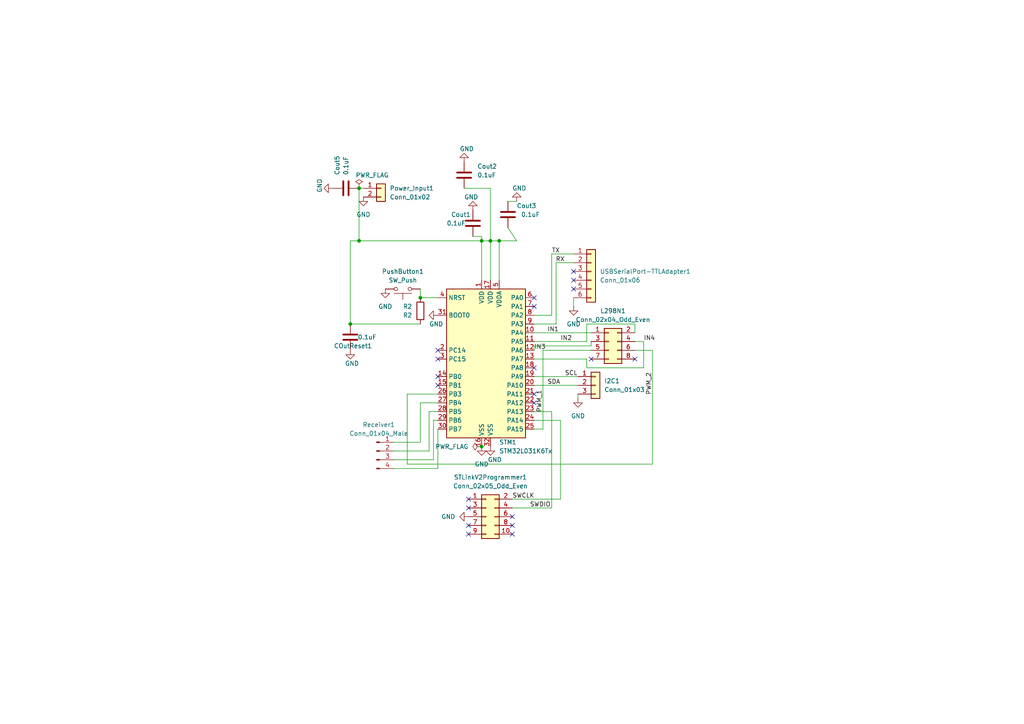
<source format=kicad_sch>
(kicad_sch (version 20211123) (generator eeschema)
  (paper "A4")
  (lib_symbols
    (symbol "Connector:Conn_01x04_Male" (pin_names (offset 1.016) hide)
      (property "Reference" "J" (at 0 5.08 0))
      (property "Value" "Conn_01x04_Male" (at 0 -7.62 0))
      (symbol "Conn_01x04_Male_1_1"
        (polyline (pts (xy 1.27 -5.08) (xy 0.8636 -5.08)) (stroke (width 0.1524)))
        (polyline (pts (xy 1.27 -2.54) (xy 0.8636 -2.54)) (stroke (width 0.1524)))
        (polyline (pts (xy 1.27 0) (xy 0.8636 0)) (stroke (width 0.1524)))
        (polyline (pts (xy 1.27 2.54) (xy 0.8636 2.54)) (stroke (width 0.1524)))
        (rectangle (start 0.8636 -4.953) (end 0 -5.207) (stroke (width 0.1524)) (fill (type outline)))
        (rectangle (start 0.8636 -2.413) (end 0 -2.667) (stroke (width 0.1524)) (fill (type outline)))
        (rectangle (start 0.8636 0.127) (end 0 -0.127) (stroke (width 0.1524)) (fill (type outline)))
        (rectangle (start 0.8636 2.667) (end 0 2.413) (stroke (width 0.1524)) (fill (type outline)))
        (pin passive line (at 5.08 2.54 180) (length 3.81) (name "Pin_1") (number "1"))
        (pin passive line (at 5.08 0 180) (length 3.81) (name "Pin_2") (number "2"))
        (pin passive line (at 5.08 -2.54 180) (length 3.81) (name "Pin_3") (number "3"))
        (pin passive line (at 5.08 -5.08 180) (length 3.81) (name "Pin_4") (number "4"))
      )
    )
    (symbol "Connector_Generic:Conn_01x02" (pin_names (offset 1.016) hide)
      (property "Reference" "J" (at 0 2.54 0))
      (property "Value" "Conn_01x02" (at 0 -5.08 0))
      (symbol "Conn_01x02_1_1"
        (rectangle (start -1.27 -2.413) (end 0 -2.667) (stroke (width 0.1524)))
        (rectangle (start -1.27 0.127) (end 0 -0.127) (stroke (width 0.1524)))
        (rectangle (start -1.27 1.27) (end 1.27 -3.81) (stroke (width 0.254)) (fill (type background)))
        (pin passive line (at -5.08 0 0) (length 3.81) (name "Pin_1") (number "1"))
        (pin passive line (at -5.08 -2.54 0) (length 3.81) (name "Pin_2") (number "2"))
      )
    )
    (symbol "Connector_Generic:Conn_01x03" (pin_names (offset 1.016) hide)
      (property "Reference" "J" (at 0 5.08 0))
      (property "Value" "Conn_01x03" (at 0 -5.08 0))
      (symbol "Conn_01x03_1_1"
        (rectangle (start -1.27 -2.413) (end 0 -2.667) (stroke (width 0.1524)))
        (rectangle (start -1.27 0.127) (end 0 -0.127) (stroke (width 0.1524)))
        (rectangle (start -1.27 2.667) (end 0 2.413) (stroke (width 0.1524)))
        (rectangle (start -1.27 3.81) (end 1.27 -3.81) (stroke (width 0.254)) (fill (type background)))
        (pin passive line (at -5.08 2.54 0) (length 3.81) (name "Pin_1") (number "1"))
        (pin passive line (at -5.08 0 0) (length 3.81) (name "Pin_2") (number "2"))
        (pin passive line (at -5.08 -2.54 0) (length 3.81) (name "Pin_3") (number "3"))
      )
    )
    (symbol "Connector_Generic:Conn_01x06" (pin_names (offset 1.016) hide)
      (property "Reference" "J" (at 0 7.62 0))
      (property "Value" "Conn_01x06" (at 0 -10.16 0))
      (symbol "Conn_01x06_1_1"
        (rectangle (start -1.27 -7.493) (end 0 -7.747) (stroke (width 0.1524)))
        (rectangle (start -1.27 -4.953) (end 0 -5.207) (stroke (width 0.1524)))
        (rectangle (start -1.27 -2.413) (end 0 -2.667) (stroke (width 0.1524)))
        (rectangle (start -1.27 0.127) (end 0 -0.127) (stroke (width 0.1524)))
        (rectangle (start -1.27 2.667) (end 0 2.413) (stroke (width 0.1524)))
        (rectangle (start -1.27 5.207) (end 0 4.953) (stroke (width 0.1524)))
        (rectangle (start -1.27 6.35) (end 1.27 -8.89) (stroke (width 0.254)) (fill (type background)))
        (pin passive line (at -5.08 5.08 0) (length 3.81) (name "Pin_1") (number "1"))
        (pin passive line (at -5.08 2.54 0) (length 3.81) (name "Pin_2") (number "2"))
        (pin passive line (at -5.08 0 0) (length 3.81) (name "Pin_3") (number "3"))
        (pin passive line (at -5.08 -2.54 0) (length 3.81) (name "Pin_4") (number "4"))
        (pin passive line (at -5.08 -5.08 0) (length 3.81) (name "Pin_5") (number "5"))
        (pin passive line (at -5.08 -7.62 0) (length 3.81) (name "Pin_6") (number "6"))
      )
    )
    (symbol "Connector_Generic:Conn_02x04_Odd_Even" (pin_names (offset 1.016) hide)
      (property "Reference" "J" (at 1.27 5.08 0))
      (property "Value" "Conn_02x04_Odd_Even" (at 1.27 -7.62 0))
      (symbol "Conn_02x04_Odd_Even_1_1"
        (rectangle (start -1.27 -4.953) (end 0 -5.207) (stroke (width 0.1524)))
        (rectangle (start -1.27 -2.413) (end 0 -2.667) (stroke (width 0.1524)))
        (rectangle (start -1.27 0.127) (end 0 -0.127) (stroke (width 0.1524)))
        (rectangle (start -1.27 2.667) (end 0 2.413) (stroke (width 0.1524)))
        (rectangle (start -1.27 3.81) (end 3.81 -6.35) (stroke (width 0.254)) (fill (type background)))
        (rectangle (start 3.81 -4.953) (end 2.54 -5.207) (stroke (width 0.1524)))
        (rectangle (start 3.81 -2.413) (end 2.54 -2.667) (stroke (width 0.1524)))
        (rectangle (start 3.81 0.127) (end 2.54 -0.127) (stroke (width 0.1524)))
        (rectangle (start 3.81 2.667) (end 2.54 2.413) (stroke (width 0.1524)))
        (pin passive line (at -5.08 2.54 0) (length 3.81) (name "Pin_1") (number "1"))
        (pin passive line (at 7.62 2.54 180) (length 3.81) (name "Pin_2") (number "2"))
        (pin passive line (at -5.08 0 0) (length 3.81) (name "Pin_3") (number "3"))
        (pin passive line (at 7.62 0 180) (length 3.81) (name "Pin_4") (number "4"))
        (pin passive line (at -5.08 -2.54 0) (length 3.81) (name "Pin_5") (number "5"))
        (pin passive line (at 7.62 -2.54 180) (length 3.81) (name "Pin_6") (number "6"))
        (pin passive line (at -5.08 -5.08 0) (length 3.81) (name "Pin_7") (number "7"))
        (pin passive line (at 7.62 -5.08 180) (length 3.81) (name "Pin_8") (number "8"))
      )
    )
    (symbol "Connector_Generic:Conn_02x05_Odd_Even" (pin_names (offset 1.016) hide)
      (property "Reference" "J" (at 1.27 7.62 0))
      (property "Value" "Conn_02x05_Odd_Even" (at 1.27 -7.62 0))
      (symbol "Conn_02x05_Odd_Even_1_1"
        (rectangle (start -1.27 -4.953) (end 0 -5.207) (stroke (width 0.1524)))
        (rectangle (start -1.27 -2.413) (end 0 -2.667) (stroke (width 0.1524)))
        (rectangle (start -1.27 0.127) (end 0 -0.127) (stroke (width 0.1524)))
        (rectangle (start -1.27 2.667) (end 0 2.413) (stroke (width 0.1524)))
        (rectangle (start -1.27 5.207) (end 0 4.953) (stroke (width 0.1524)))
        (rectangle (start -1.27 6.35) (end 3.81 -6.35) (stroke (width 0.254)) (fill (type background)))
        (rectangle (start 3.81 -4.953) (end 2.54 -5.207) (stroke (width 0.1524)))
        (rectangle (start 3.81 -2.413) (end 2.54 -2.667) (stroke (width 0.1524)))
        (rectangle (start 3.81 0.127) (end 2.54 -0.127) (stroke (width 0.1524)))
        (rectangle (start 3.81 2.667) (end 2.54 2.413) (stroke (width 0.1524)))
        (rectangle (start 3.81 5.207) (end 2.54 4.953) (stroke (width 0.1524)))
        (pin passive line (at -5.08 5.08 0) (length 3.81) (name "Pin_1") (number "1"))
        (pin passive line (at 7.62 -5.08 180) (length 3.81) (name "Pin_10") (number "10"))
        (pin passive line (at 7.62 5.08 180) (length 3.81) (name "Pin_2") (number "2"))
        (pin passive line (at -5.08 2.54 0) (length 3.81) (name "Pin_3") (number "3"))
        (pin passive line (at 7.62 2.54 180) (length 3.81) (name "Pin_4") (number "4"))
        (pin passive line (at -5.08 0 0) (length 3.81) (name "Pin_5") (number "5"))
        (pin passive line (at 7.62 0 180) (length 3.81) (name "Pin_6") (number "6"))
        (pin passive line (at -5.08 -2.54 0) (length 3.81) (name "Pin_7") (number "7"))
        (pin passive line (at 7.62 -2.54 180) (length 3.81) (name "Pin_8") (number "8"))
        (pin passive line (at -5.08 -5.08 0) (length 3.81) (name "Pin_9") (number "9"))
      )
    )
    (symbol "Device:C" (pin_numbers hide) (pin_names (offset 0.254))
      (property "Reference" "C" (at 0.635 2.54 0))
      (property "Value" "C" (at 0.635 -2.54 0))
      (symbol "C_0_1"
        (polyline (pts (xy -2.032 -0.762) (xy 2.032 -0.762)) (stroke (width 0.508)))
        (polyline (pts (xy -2.032 0.762) (xy 2.032 0.762)) (stroke (width 0.508)))
      )
      (symbol "C_1_1"
        (pin passive line (at 0 3.81 270) (length 2.794) (name "~") (number "1"))
        (pin passive line (at 0 -3.81 90) (length 2.794) (name "~") (number "2"))
      )
    )
    (symbol "Device:R" (pin_numbers hide) (pin_names (offset 0))
      (property "Reference" "R" (at 2.032 0 90))
      (property "Value" "R" (at 0 0 90))
      (symbol "R_0_1"
        (rectangle (start -1.016 -2.54) (end 1.016 2.54) (stroke (width 0.254)))
      )
      (symbol "R_1_1"
        (pin passive line (at 0 3.81 270) (length 1.27) (name "~") (number "1"))
        (pin passive line (at 0 -3.81 90) (length 1.27) (name "~") (number "2"))
      )
    )
    (symbol "MCU_ST_STM32L0:STM32L031K6Tx"
      (property "Reference" "U" (at -12.7 21.59 0))
      (property "Value" "STM32L031K6Tx" (at 5.08 21.59 0))
      (symbol "STM32L031K6Tx_0_1"
        (rectangle (start -12.7 -22.86) (end 10.16 20.32) (stroke (width 0.254)) (fill (type background)))
      )
      (symbol "STM32L031K6Tx_1_1"
        (pin power_in line (at -2.54 22.86 270) (length 2.54) (name "VDD") (number "1"))
        (pin bidirectional line (at 12.7 7.62 180) (length 2.54) (name "PA4") (number "10"))
        (pin bidirectional line (at 12.7 5.08 180) (length 2.54) (name "PA5") (number "11"))
        (pin bidirectional line (at 12.7 2.54 180) (length 2.54) (name "PA6") (number "12"))
        (pin bidirectional line (at 12.7 0 180) (length 2.54) (name "PA7") (number "13"))
        (pin bidirectional line (at -15.24 -5.08 0) (length 2.54) (name "PB0") (number "14"))
        (pin bidirectional line (at -15.24 -7.62 0) (length 2.54) (name "PB1") (number "15"))
        (pin power_in line (at -2.54 -25.4 90) (length 2.54) (name "VSS") (number "16"))
        (pin power_in line (at 0 22.86 270) (length 2.54) (name "VDD") (number "17"))
        (pin bidirectional line (at 12.7 -2.54 180) (length 2.54) (name "PA8") (number "18"))
        (pin bidirectional line (at 12.7 -5.08 180) (length 2.54) (name "PA9") (number "19"))
        (pin bidirectional line (at -15.24 2.54 0) (length 2.54) (name "PC14") (number "2"))
        (pin bidirectional line (at 12.7 -7.62 180) (length 2.54) (name "PA10") (number "20"))
        (pin bidirectional line (at 12.7 -10.16 180) (length 2.54) (name "PA11") (number "21"))
        (pin bidirectional line (at 12.7 -12.7 180) (length 2.54) (name "PA12") (number "22"))
        (pin bidirectional line (at 12.7 -15.24 180) (length 2.54) (name "PA13") (number "23"))
        (pin bidirectional line (at 12.7 -17.78 180) (length 2.54) (name "PA14") (number "24"))
        (pin bidirectional line (at 12.7 -20.32 180) (length 2.54) (name "PA15") (number "25"))
        (pin bidirectional line (at -15.24 -10.16 0) (length 2.54) (name "PB3") (number "26"))
        (pin bidirectional line (at -15.24 -12.7 0) (length 2.54) (name "PB4") (number "27"))
        (pin bidirectional line (at -15.24 -15.24 0) (length 2.54) (name "PB5") (number "28"))
        (pin bidirectional line (at -15.24 -17.78 0) (length 2.54) (name "PB6") (number "29"))
        (pin bidirectional line (at -15.24 0 0) (length 2.54) (name "PC15") (number "3"))
        (pin bidirectional line (at -15.24 -20.32 0) (length 2.54) (name "PB7") (number "30"))
        (pin input line (at -15.24 12.7 0) (length 2.54) (name "BOOT0") (number "31"))
        (pin power_in line (at 0 -25.4 90) (length 2.54) (name "VSS") (number "32"))
        (pin input line (at -15.24 17.78 0) (length 2.54) (name "NRST") (number "4"))
        (pin power_in line (at 2.54 22.86 270) (length 2.54) (name "VDDA") (number "5"))
        (pin bidirectional line (at 12.7 17.78 180) (length 2.54) (name "PA0") (number "6"))
        (pin bidirectional line (at 12.7 15.24 180) (length 2.54) (name "PA1") (number "7"))
        (pin bidirectional line (at 12.7 12.7 180) (length 2.54) (name "PA2") (number "8"))
        (pin bidirectional line (at 12.7 10.16 180) (length 2.54) (name "PA3") (number "9"))
      )
    )
    (symbol "Switch:SW_Push" (pin_numbers hide) (pin_names (offset 1.016) hide)
      (property "Reference" "SW" (at 1.27 2.54 0))
      (property "Value" "SW_Push" (at 0 -1.524 0))
      (symbol "SW_Push_0_1"
        (circle (center -2.032 0) (radius 0.508))
        (polyline (pts (xy 0 1.27) (xy 0 3.048)))
        (polyline (pts (xy 2.54 1.27) (xy -2.54 1.27)))
        (circle (center 2.032 0) (radius 0.508))
        (pin passive line (at -5.08 0 0) (length 2.54) (name "1") (number "1"))
        (pin passive line (at 5.08 0 180) (length 2.54) (name "2") (number "2"))
      )
    )
    (symbol "power:GND" (power) (pin_names (offset 0))
      (property "Value" "GND" (at 0 -3.81 0))
      (symbol "GND_0_1"
        (polyline (pts (xy 0 0) (xy 0 -1.27) (xy 1.27 -1.27) (xy 0 -2.54) (xy -1.27 -1.27) (xy 0 -1.27)))
      )
      (symbol "GND_1_1"
        (pin power_in line (at 0 0 270) (length 0) hide (name "GND") (number "1"))
      )
    )
    (symbol "power:PWR_FLAG" (power) (pin_numbers hide) (pin_names (offset 0) hide)
      (property "Value" "PWR_FLAG" (at 0 3.81 0))
      (symbol "PWR_FLAG_0_0"
        (pin power_out line (at 0 0 90) (length 0) (name "pwr") (number "1"))
      )
      (symbol "PWR_FLAG_0_1"
        (polyline (pts (xy 0 0) (xy 0 1.27) (xy -1.016 1.905) (xy 0 2.54) (xy 1.016 1.905) (xy 0 1.27)))
      )
    )
  )
  (junction (at 104.14 69.85))
  (junction (at 142.24 69.85))
  (junction (at 144.78 69.85))
  (junction (at 121.92 86.36))
  (junction (at 139.7 69.85))
  (junction (at 104.14 54.61))
  (junction (at 101.6 93.98))
  (junction (at 139.7 129.54))
  (no_connect (at 166.37 78.74))
  (no_connect (at 166.37 81.28))
  (no_connect (at 166.37 83.82))
  (no_connect (at 135.89 147.32))
  (no_connect (at 135.89 144.78))
  (no_connect (at 148.59 149.86))
  (no_connect (at 135.89 152.4))
  (no_connect (at 148.59 154.94))
  (no_connect (at 127 111.76))
  (no_connect (at 127 104.14))
  (no_connect (at 127 101.6))
  (no_connect (at 154.94 114.3))
  (no_connect (at 154.94 116.84))
  (no_connect (at 154.94 106.68))
  (no_connect (at 154.94 86.36))
  (no_connect (at 154.94 88.9))
  (no_connect (at 135.89 154.94))
  (no_connect (at 148.59 152.4))
  (no_connect (at 127 109.22))
  (no_connect (at 184.15 104.14))
  (no_connect (at 171.45 104.14))
  (wire (pts (xy 160.02 147.32) (xy 160.02 119.38)))
  (wire (pts (xy 101.6 69.85) (xy 104.14 69.85)))
  (wire (pts (xy 137.16 68.58) (xy 139.7 68.58)))
  (wire (pts (xy 162.56 121.92) (xy 154.94 121.92)))
  (wire (pts (xy 166.37 86.36) (xy 166.37 88.9)))
  (wire (pts (xy 184.15 93.98) (xy 184.15 96.52)))
  (wire (pts (xy 171.45 101.6) (xy 157.48 101.6)))
  (wire (pts (xy 139.7 68.58) (xy 139.7 69.85)))
  (wire (pts (xy 144.78 69.85) (xy 149.86 69.85)))
  (wire (pts (xy 154.94 111.76) (xy 167.64 111.76)))
  (wire (pts (xy 144.78 69.85) (xy 144.78 81.28)))
  (wire (pts (xy 171.45 99.06) (xy 171.45 100.33)))
  (wire (pts (xy 148.59 144.78) (xy 162.56 144.78)))
  (wire (pts (xy 125.73 133.35) (xy 125.73 121.92)))
  (wire (pts (xy 189.23 134.62) (xy 189.23 101.6)))
  (wire (pts (xy 104.14 54.61) (xy 104.14 69.85)))
  (wire (pts (xy 166.37 76.2) (xy 161.29 76.2)))
  (wire (pts (xy 118.11 114.3) (xy 118.11 134.62)))
  (wire (pts (xy 125.73 121.92) (xy 127 121.92)))
  (wire (pts (xy 170.18 93.98) (xy 184.15 93.98)))
  (wire (pts (xy 170.18 106.68) (xy 186.69 106.68)))
  (wire (pts (xy 186.69 99.06) (xy 184.15 99.06)))
  (wire (pts (xy 124.46 130.81) (xy 124.46 119.38)))
  (wire (pts (xy 139.7 69.85) (xy 142.24 69.85)))
  (wire (pts (xy 162.56 144.78) (xy 162.56 121.92)))
  (wire (pts (xy 170.18 99.06) (xy 170.18 93.98)))
  (wire (pts (xy 101.6 69.85) (xy 101.6 93.98)))
  (wire (pts (xy 167.64 114.3) (xy 167.64 115.57)))
  (wire (pts (xy 127 135.89) (xy 127 124.46)))
  (wire (pts (xy 154.94 96.52) (xy 171.45 96.52)))
  (wire (pts (xy 154.94 99.06) (xy 170.18 99.06)))
  (wire (pts (xy 171.45 100.33) (xy 154.94 100.33)))
  (wire (pts (xy 114.3 133.35) (xy 125.73 133.35)))
  (wire (pts (xy 121.92 128.27) (xy 121.92 116.84)))
  (wire (pts (xy 149.86 69.85) (xy 147.32 66.04)))
  (wire (pts (xy 114.3 128.27) (xy 121.92 128.27)))
  (wire (pts (xy 161.29 93.98) (xy 154.94 93.98)))
  (wire (pts (xy 160.02 91.44) (xy 154.94 91.44)))
  (wire (pts (xy 104.14 69.85) (xy 139.7 69.85)))
  (wire (pts (xy 148.59 147.32) (xy 160.02 147.32)))
  (wire (pts (xy 142.24 69.85) (xy 142.24 54.61)))
  (wire (pts (xy 160.02 73.66) (xy 160.02 91.44)))
  (wire (pts (xy 170.18 104.14) (xy 170.18 106.68)))
  (wire (pts (xy 101.6 93.98) (xy 121.92 93.98)))
  (wire (pts (xy 160.02 73.66) (xy 166.37 73.66)))
  (wire (pts (xy 121.92 116.84) (xy 127 116.84)))
  (wire (pts (xy 114.3 130.81) (xy 124.46 130.81)))
  (wire (pts (xy 154.94 100.33) (xy 154.94 101.6)))
  (wire (pts (xy 105.41 54.61) (xy 104.14 54.61)))
  (wire (pts (xy 121.92 86.36) (xy 127 86.36)))
  (wire (pts (xy 189.23 101.6) (xy 184.15 101.6)))
  (wire (pts (xy 124.46 119.38) (xy 127 119.38)))
  (wire (pts (xy 154.94 109.22) (xy 167.64 109.22)))
  (wire (pts (xy 154.94 104.14) (xy 170.18 104.14)))
  (wire (pts (xy 157.48 101.6) (xy 157.48 124.46)))
  (wire (pts (xy 134.62 54.61) (xy 142.24 54.61)))
  (wire (pts (xy 186.69 106.68) (xy 186.69 99.06)))
  (wire (pts (xy 142.24 69.85) (xy 144.78 69.85)))
  (wire (pts (xy 118.11 134.62) (xy 189.23 134.62)))
  (wire (pts (xy 157.48 124.46) (xy 154.94 124.46)))
  (wire (pts (xy 121.92 83.82) (xy 121.92 86.36)))
  (wire (pts (xy 127 114.3) (xy 118.11 114.3)))
  (wire (pts (xy 161.29 76.2) (xy 161.29 93.98)))
  (wire (pts (xy 160.02 119.38) (xy 154.94 119.38)))
  (wire (pts (xy 114.3 135.89) (xy 127 135.89)))
  (wire (pts (xy 147.32 58.42) (xy 149.86 58.42)))
  (wire (pts (xy 139.7 69.85) (xy 139.7 81.28)))
  (wire (pts (xy 142.24 69.85) (xy 142.24 81.28)))
  (label "IN2" (at 162.56 99.06 0))
  (label "RX" (at 163.83 76.2 180))
  (label "SCL" (at 163.83 109.22 0))
  (label "TX" (at 160.02 73.66 0))
  (label "SWDIO" (at 153.67 147.32 0))
  (label "SWCLK" (at 148.59 144.78 0))
  (label "IN3" (at 154.94 101.6 0))
  (label "SDA" (at 158.75 111.76 0))
  (label "PWM_2" (at 189.23 107.95 270))
  (label "PWM_1" (at 157.48 113.03 270))
  (label "IN1" (at 158.75 96.52 0))
  (label "IN4" (at 186.69 99.06 0))
  (symbol (lib_id "power:GND") (at 101.6 101.6 0) (unit 1)
    (property "Reference" "#PWR05" (effects hide))
    (property "Value" "GND" (at 104.14 105.41 0) (effects (justify right)))
  )
  (symbol (lib_id "power:GND") (at 142.24 129.54 0) (unit 1)
    (property "Reference" "#PWR012" (effects hide))
    (property "Value" "GND" (at 143.51 133.35 0))
  )
  (symbol (lib_id "Device:C") (at 134.62 50.8 0) (unit 1)
    (property "Reference" "Cout2" (at 138.43 48.26 0) (effects (justify left)))
    (property "Value" "0.1uF" (at 138.43 50.8 0) (effects (justify left)))
    (property "Footprint" "Capacitor_SMD:C_0805_2012Metric_Pad1.18x1.45mm_HandSolder" (effects hide))
  )
  (symbol (lib_id "power:PWR_FLAG") (at 104.14 54.61 0) (unit 1)
    (property "Reference" "#FLG0101" (effects hide))
    (property "Value" "PWR_FLAG" (at 107.95 50.8 0))
  )
  (symbol (lib_id "Connector:Conn_01x04_Male") (at 109.22 130.81 0) (unit 1)
    (property "Reference" "Receiver1" (at 109.855 123.19 0))
    (property "Value" "Conn_01x04_Male" (at 109.855 125.73 0))
    (property "Footprint" "Connector_PinHeader_2.54mm:PinHeader_1x04_P2.54mm_Vertical" (effects hide))
  )
  (symbol (lib_id "Switch:SW_Push") (at 116.84 83.82 180) (unit 1)
    (property "Reference" "PushButton1" (at 116.84 78.74 0))
    (property "Value" "SW_Push" (at 116.84 81.28 0) (effects (font (size 1.25 1.25))))
    (property "Footprint" "Button_Switch_THT:SW_PUSH_6mm_H4.3mm" (effects hide))
  )
  (symbol (lib_id "power:PWR_FLAG") (at 139.7 129.54 90) (unit 1)
    (property "Reference" "#FLG0102" (effects hide))
    (property "Value" "PWR_FLAG" (at 135.89 129.5399 90) (effects (justify left)))
  )
  (symbol (lib_id "power:GND") (at 111.76 83.82 0) (unit 1)
    (property "Reference" "#PWR06" (effects hide))
    (property "Value" "GND" (at 111.76 88.9 0))
  )
  (symbol (lib_id "power:GND") (at 137.16 60.96 180) (unit 1)
    (property "Reference" "#PWR010" (effects hide))
    (property "Value" "GND" (at 134.62 57.15 0) (effects (justify right)))
  )
  (symbol (lib_id "Device:C") (at 147.32 62.23 0) (unit 1)
    (property "Reference" "Cout3" (at 149.86 59.69 0) (effects (justify left)))
    (property "Value" "0.1uF" (at 151.13 62.23 0) (effects (justify left)))
    (property "Footprint" "Capacitor_SMD:C_0805_2012Metric_Pad1.18x1.45mm_HandSolder" (effects hide))
  )
  (symbol (lib_id "power:GND") (at 166.37 88.9 0) (unit 1)
    (property "Reference" "#PWR014" (effects hide))
    (property "Value" "GND" (at 166.37 93.98 0))
  )
  (symbol (lib_id "power:GND") (at 127 91.44 270) (unit 1)
    (property "Reference" "#PWR07" (effects hide))
    (property "Value" "GND" (at 124.46 93.98 90) (effects (justify left)))
  )
  (symbol (lib_id "power:GND") (at 96.52 54.61 270) (unit 1)
    (property "Reference" "#PWR0103" (effects hide))
    (property "Value" "GND" (at 92.71 55.88 0) (effects (justify right)))
  )
  (symbol (lib_id "power:GND") (at 105.41 57.15 0) (unit 1)
    (property "Reference" "#PWR0102" (effects hide))
    (property "Value" "GND" (at 105.41 62.23 0))
  )
  (symbol (lib_id "Connector_Generic:Conn_02x05_Odd_Even") (at 140.97 149.86 0) (unit 1)
    (property "Reference" "STLinkV2Programmer1" (at 142.24 138.43 0))
    (property "Value" "Conn_02x05_Odd_Even" (at 142.24 140.97 0))
    (property "Footprint" "Connector_PinHeader_2.54mm:PinHeader_2x05_P2.54mm_Vertical" (effects hide))
  )
  (symbol (lib_id "Device:C") (at 137.16 64.77 0) (unit 1)
    (property "Reference" "Cout1" (at 130.81 62.23 0) (effects (justify left)))
    (property "Value" "0.1uF" (at 129.54 64.77 0) (effects (justify left)))
    (property "Footprint" "Capacitor_SMD:C_0805_2012Metric_Pad1.18x1.45mm_HandSolder" (effects hide))
  )
  (symbol (lib_id "Connector_Generic:Conn_02x04_Odd_Even") (at 176.53 99.06 0) (unit 1)
    (property "Reference" "L298N1" (at 177.8 90.17 0))
    (property "Value" "Conn_02x04_Odd_Even" (at 177.8 92.71 0))
    (property "Footprint" "Connector_PinHeader_2.54mm:PinHeader_2x04_P2.54mm_Vertical" (effects hide))
  )
  (symbol (lib_id "Device:C") (at 100.33 54.61 90) (unit 1)
    (property "Reference" "Cout5" (at 97.79 50.8 0) (effects (justify left)))
    (property "Value" "0.1uF" (at 100.33 50.8 0) (effects (justify left)))
    (property "Footprint" "Capacitor_SMD:C_0805_2012Metric_Pad1.18x1.45mm_HandSolder" (effects hide))
  )
  (symbol (lib_id "power:GND") (at 167.64 115.57 0) (unit 1)
    (property "Reference" "#PWR015" (effects hide))
    (property "Value" "GND" (at 167.64 120.65 0))
  )
  (symbol (lib_id "Device:C") (at 101.6 97.79 180) (unit 1)
    (property "Reference" "COutReset1" (at 107.95 100.33 0) (effects (justify left)))
    (property "Value" "0.1uF" (at 109.22 97.79 0) (effects (justify left)))
    (property "Footprint" "Capacitor_SMD:C_0805_2012Metric_Pad1.18x1.45mm_HandSolder" (effects hide))
  )
  (symbol (lib_id "power:GND") (at 134.62 46.99 180) (unit 1)
    (property "Reference" "#PWR08" (effects hide))
    (property "Value" "GND" (at 133.35 43.18 0) (effects (justify right)))
  )
  (symbol (lib_id "Connector_Generic:Conn_01x06") (at 171.45 78.74 0) (unit 1)
    (property "Reference" "USBSerialPort-TTLAdapter1" (at 173.99 78.7399 0) (effects (justify left)))
    (property "Value" "Conn_01x06" (at 173.99 81.2799 0) (effects (justify left)))
    (property "Footprint" "Connector_PinHeader_2.54mm:PinHeader_1x06_P2.54mm_Vertical" (effects hide))
  )
  (symbol (lib_id "power:GND") (at 149.86 58.42 180) (unit 1)
    (property "Reference" "#PWR013" (effects hide))
    (property "Value" "GND" (at 148.59 54.61 0) (effects (justify right)))
  )
  (symbol (lib_id "MCU_ST_STM32L0:STM32L031K6Tx") (at 142.24 104.14 0) (unit 1)
    (property "Reference" "STM1" (at 144.78 128.27 0) (effects (justify left)))
    (property "Value" "STM32L031K6Tx" (at 144.78 130.81 0) (effects (justify left)))
    (property "Footprint" "Package_QFP:LQFP-32_7x7mm_P0.8mm" (effects hide))
    (property "Datasheet" "http://www.st.com/st-web-ui/static/active/en/resource/technical/document/datasheet/DM00140359.pdf" (effects hide))
  )
  (symbol (lib_id "Connector_Generic:Conn_01x02") (at 110.49 54.61 0) (unit 1)
    (property "Reference" "Power_Input1" (at 113.03 54.6099 0) (effects (justify left)))
    (property "Value" "Conn_01x02" (at 113.03 57.1499 0) (effects (justify left)))
    (property "Footprint" "Connector_PinHeader_2.54mm:PinHeader_1x02_P2.54mm_Vertical" (effects hide))
  )
  (symbol (lib_id "power:GND") (at 135.89 149.86 270) (unit 1)
    (property "Reference" "#PWR09" (effects hide))
    (property "Value" "GND" (at 132.08 149.86 90) (effects (justify right)))
  )
  (symbol (lib_id "Device:R") (at 121.92 90.17 180) (unit 1)
    (property "Reference" "R2" (at 116.84 88.9 0) (effects (justify right)))
    (property "Value" "R2" (at 116.84 91.44 0) (effects (justify right)))
    (property "Footprint" "Resistor_SMD:R_0805_2012Metric_Pad1.20x1.40mm_HandSolder" (effects hide))
  )
  (symbol (lib_id "power:GND") (at 139.7 129.54 0) (unit 1)
    (property "Reference" "#PWR0101" (effects hide))
    (property "Value" "GND" (at 139.7 134.62 0))
  )
  (symbol (lib_id "Connector_Generic:Conn_01x03") (at 172.72 111.76 0) (unit 1)
    (property "Reference" "I2C1" (at 175.26 110.4899 0) (effects (justify left)))
    (property "Value" "Conn_01x03" (at 175.26 113.0299 0) (effects (justify left)))
    (property "Footprint" "Connector_PinHeader_2.54mm:PinHeader_1x03_P2.54mm_Vertical" (effects hide))
  )
)
</source>
